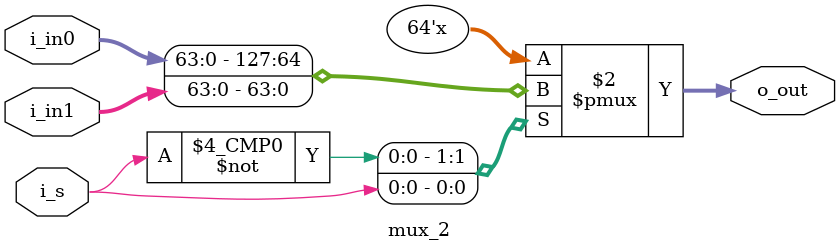
<source format=sv>
/**
 *2er Mux für N bits
 **/
module mux_2 #(parameter N=64) ( input  logic [N-1:0] i_in0,
                                                   i_in1,
                              input  logic         i_s,
                              output logic [N-1:0] o_out );
    always_comb
    begin
        case(i_s)
            1'b0: o_out = i_in0;
            1'b1: o_out = i_in1;
            default: o_out = 1'bx;
        endcase
    end

endmodule
</source>
